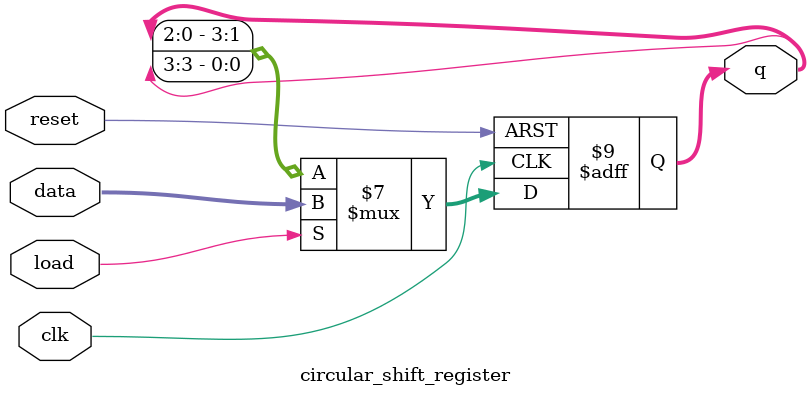
<source format=sv>

module circular_shift_register (
    input  logic clk,         // Clock signal
    input  logic reset,       // Reset signal (active high)
    input  logic load,        // Load enable signal
    input  logic [3:0] data,  // 4-bit data to load
    output logic [3:0] q      // 4-bit register output
);

    // On each clock edge, shift left and feed MSB back to LSB
    always_ff @(posedge clk or posedge reset) begin
        if (reset) begin
            q <= 4'b0000;  // Clear register on reset
        end else if (load) begin
            q <= data;     // Load new data when load is asserted
        end else begin
            // Circular shift: MSB goes to LSB, others shift left
            q <= {q[2:0], q[3]};
        end
    end

    // Display the shifting pattern for simulation
    always @(posedge clk) begin
        if (!reset && !load) begin
            $display("Time %0t: Shift Register = %b", $time, q);
        end
    end

endmodule
</source>
